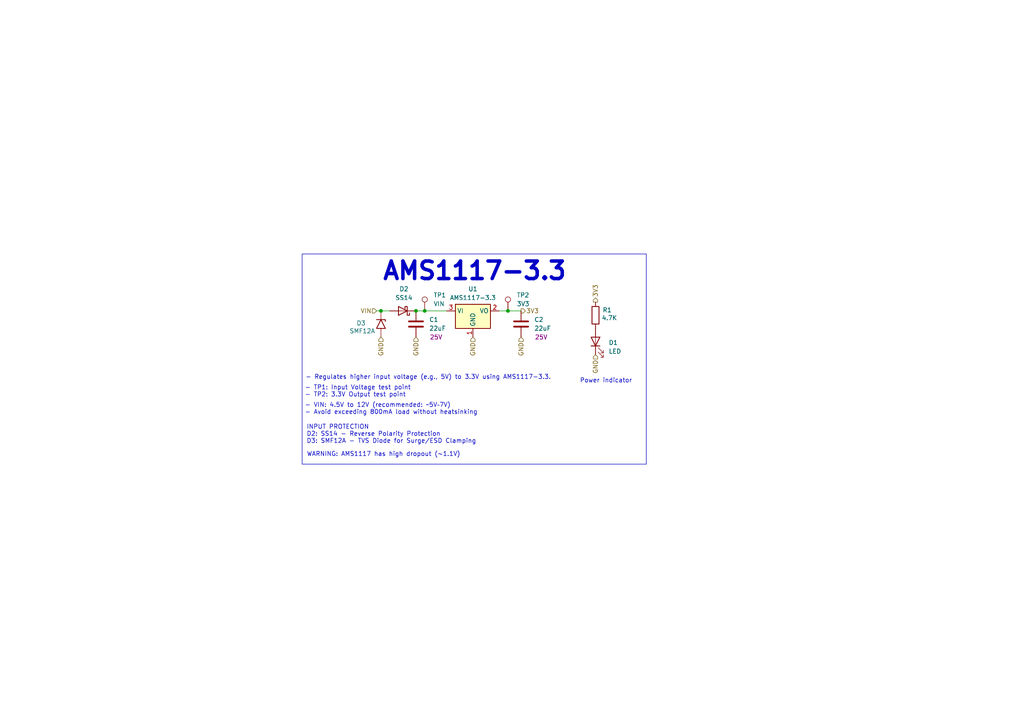
<source format=kicad_sch>
(kicad_sch (version 20250114) (generator "eeschema") (generator_version "9.0")
  (paper "A4")
  (lib_symbols
    (symbol "Library:AMS1117-3.3"
      (property "Reference" "U" (at -3.81 3.175 0))
      (property "Value" "AMS1117-3.3" (at 0 3.175 0))
      (symbol "AMS1117-3.3_0_1"
        (rectangle (start -5.08 -5.08) (end 5.08 1.905) (stroke (width 0.254)) (fill (type background)))
      )
      (symbol "AMS1117-3.3_1_1"
        (pin power_in line (at -7.62 0 0) (length 2.54) (name "VI") (number "3"))
        (pin power_in line (at 0 -7.62 90) (length 2.54) (name "GND") (number "1"))
        (pin power_out line (at 7.62 0 180) (length 2.54) (name "VO") (number "2"))
      )
    )
    (symbol "Library:C" (pin_numbers (hide yes)) (pin_names (offset 0.254))
      (property "Reference" "C" (at 0.635 2.54 0))
      (property "Value" "C" (at 0.635 -2.54 0))
      (symbol "C_0_1"
        (polyline (pts (xy -2.032 0.762) (xy 2.032 0.762)) (stroke (width 0.508)))
        (polyline (pts (xy -2.032 -0.762) (xy 2.032 -0.762)) (stroke (width 0.508)))
      )
      (symbol "C_1_1"
        (pin passive line (at 0 3.81 270) (length 2.794) (name "~") (number "1"))
        (pin passive line (at 0 -3.81 90) (length 2.794) (name "~") (number "2"))
      )
    )
    (symbol "Library:LED" (pin_numbers (hide yes)) (pin_names (offset 1.016) (hide yes))
      (property "Reference" "D" (at 0 2.54 0))
      (property "Value" "LED" (at 0 -2.54 0))
      (symbol "LED_0_1"
        (polyline (pts (xy -3.048 -0.762) (xy -4.572 -2.286) (xy -3.81 -2.286) (xy -4.572 -2.286) (xy -4.572 -1.524)))
        (polyline (pts (xy -1.778 -0.762) (xy -3.302 -2.286) (xy -2.54 -2.286) (xy -3.302 -2.286) (xy -3.302 -1.524)))
        (polyline (pts (xy -1.27 0) (xy 1.27 0)))
        (polyline (pts (xy -1.27 -1.27) (xy -1.27 1.27)) (stroke (width 0.254)))
        (polyline (pts (xy 1.27 -1.27) (xy 1.27 1.27) (xy -1.27 0) (xy 1.27 -1.27)) (stroke (width 0.254)))
      )
      (symbol "LED_1_1"
        (pin passive line (at -3.81 0 0) (length 2.54) (name "K") (number "1"))
        (pin passive line (at 3.81 0 180) (length 2.54) (name "A") (number "2"))
      )
    )
    (symbol "Library:R" (pin_numbers (hide yes)) (pin_names (offset 0))
      (property "Reference" "R" (at 2.032 0 90))
      (property "Value" "R" (at 0 0 90))
      (symbol "R_0_1"
        (rectangle (start -1.016 -2.54) (end 1.016 2.54) (stroke (width 0.254)))
      )
      (symbol "R_1_1"
        (pin passive line (at 0 3.81 270) (length 1.27) (name "~") (number "1"))
        (pin passive line (at 0 -3.81 90) (length 1.27) (name "~") (number "2"))
      )
    )
    (symbol "Library:SMF12A" (pin_numbers (hide yes)) (pin_names (offset 1.016) (hide yes))
      (property "Reference" "D" (at 0 2.54 0))
      (property "Value" "SMF12A" (at 0 -2.54 0))
      (symbol "SMF12A_0_1"
        (polyline (pts (xy -0.762 1.27) (xy -1.27 1.27) (xy -1.27 -1.27)) (stroke (width 0.254)))
        (polyline (pts (xy 1.27 1.27) (xy 1.27 -1.27) (xy -1.27 0) (xy 1.27 1.27)) (stroke (width 0.254)))
      )
      (symbol "SMF12A_1_1"
        (pin passive line (at -3.81 0 0) (length 2.54) (name "A1") (number "1"))
        (pin passive line (at 3.81 0 180) (length 2.54) (name "A2") (number "2"))
      )
    )
    (symbol "Library:SS14" (pin_numbers (hide yes)) (pin_names (offset 1.016) (hide yes))
      (property "Reference" "D" (at 0 2.54 0))
      (property "Value" "SS14" (at 0 -2.54 0))
      (symbol "SS14_0_1"
        (polyline (pts (xy -1.905 0.635) (xy -1.905 1.27) (xy -1.27 1.27) (xy -1.27 -1.27) (xy -0.635 -1.27) (xy -0.635 -0.635)) (stroke (width 0.254)))
        (polyline (pts (xy 1.27 1.27) (xy 1.27 -1.27) (xy -1.27 0) (xy 1.27 1.27)) (stroke (width 0.254)))
        (polyline (pts (xy 1.27 0) (xy -1.27 0)))
      )
      (symbol "SS14_1_1"
        (pin passive line (at -3.81 0 0) (length 2.54) (name "K") (number "1"))
        (pin passive line (at 3.81 0 180) (length 2.54) (name "A") (number "2"))
      )
    )
    (symbol "Library:TestPoint" (pin_numbers (hide yes)) (pin_names (offset 0.762) (hide yes))
      (property "Reference" "TP" (at 0 6.858 0))
      (property "Value" "TestPoint" (at 0 5.08 0))
      (symbol "TestPoint_0_1"
        (circle (center 0 3.302) (radius 0.762))
      )
      (symbol "TestPoint_1_1"
        (pin passive line (at 0 0 90) (length 2.54) (name "1") (number "1"))
      )
    )
  )
  (rectangle (start 87.63 73.66) (end 187.452 134.62))
  (text "INPUT PROTECTION\nD2: SS14 - Reverse Polarity Protection\nD3: SMF12A - TVS Diode for Surge/ESD Clamping\n" (at 88.9 125.984 0) (effects (font (size 1.27 1.27)) (justify left)))
  (text "WARNING: AMS1117 has high dropout (∼1.1 V)" (at 111.252 131.826 0) (effects (font (size 1.27 1.27))))
  (text "AMS1117-3.3" (at 137.668 78.74 0) (effects (font (size 5.08 5.08) (thickness 1.016) (bold yes))))
  (text "- VIN: 4.5V to 12V (recommended: ~5V–7V)\n- Avoid exceeding 800mA load without heatsinking" (at 88.392 118.618 0) (effects (font (size 1.27 1.27)) (justify left)))
  (text "- TP1: Input Voltage test point\n- TP2: 3.3V Output test point" (at 88.392 113.538 0) (effects (font (size 1.27 1.27)) (justify left)))
  (text "Power indicator\n" (at 175.768 110.49 0) (effects (font (size 1.27 1.27))))
  (text "- Regulates higher input voltage (e.g., 5V) to 3.3V using AMS1117-3.3.\n" (at 124.206 109.474 0) (effects (font (size 1.27 1.27))))
  (junction (at 123.19 90.17))
  (junction (at 120.65 90.17))
  (junction (at 147.32 90.17))
  (junction (at 110.49 90.17))
  (wire (pts (xy 109.22 90.17) (xy 110.49 90.17)))
  (wire (pts (xy 110.49 90.17) (xy 113.03 90.17)))
  (wire (pts (xy 123.19 90.17) (xy 129.54 90.17)))
  (wire (pts (xy 120.65 90.17) (xy 123.19 90.17)))
  (wire (pts (xy 147.32 90.17) (xy 151.13 90.17)))
  (wire (pts (xy 144.78 90.17) (xy 147.32 90.17)))
  (hierarchical_label "VIN" (shape input) (at 109.22 90.17 180))
  (hierarchical_label "GND" (shape input) (at 110.49 97.79 270))
  (hierarchical_label "GND" (shape input) (at 172.72 102.87 270))
  (hierarchical_label "GND" (shape input) (at 137.16 97.79 270))
  (hierarchical_label "GND" (shape input) (at 151.13 97.79 270))
  (hierarchical_label "3V3" (shape output) (at 151.13 90.17 0))
  (hierarchical_label "GND" (shape input) (at 120.65 97.79 270))
  (hierarchical_label "3V3" (shape output) (at 172.72 87.63 90))
  (symbol (lib_id "Library:TestPoint") (at 123.19 90.17 0) (unit 1)
    (property "Reference" "TP1" (at 125.73 85.5979 0) (effects (justify left)))
    (property "Value" "VIN" (at 125.73 88.1379 0) (effects (justify left)))
    (property "Footprint" "TestPoint:TestPoint_Pad_D1.0mm" (effects (hide yes)))
    (property "Description" "test point" (effects (hide yes)))
  )
  (symbol (lib_id "Library:SMF12A") (at 110.49 93.98 270) (unit 1)
    (property "Reference" "D3" (at 103.378 93.726 90) (effects (justify left)))
    (property "Value" "SMF12A" (at 101.346 96.012 90) (effects (justify left)))
    (property "Footprint" "Diode_SMD:D_SOD-123F" (effects (hide yes)))
    (property "Datasheet" "https://www.vishay.com/doc?85881" (effects (hide yes)))
    (property "Description" "200W unidirectional Transil Transient Voltage Suppressor, 12Vrwm, SMF" (effects (hide yes)))
    (property "LCSC_part#" "C178259" (effects (hide yes)))
    (property "MPN" "SMF12A" (effects (hide yes)))
  )
  (symbol (lib_id "Library:TestPoint") (at 147.32 90.17 0) (unit 1)
    (property "Reference" "TP2" (at 149.86 85.5979 0) (effects (justify left)))
    (property "Value" "3V3" (at 149.86 88.1379 0) (effects (justify left)))
    (property "Footprint" "TestPoint:TestPoint_Pad_D1.0mm" (effects (hide yes)))
    (property "Description" "test point" (effects (hide yes)))
  )
  (symbol (lib_id "Library:LED") (at 172.72 99.06 90) (unit 1)
    (property "Reference" "D1" (at 176.53 99.3774 90) (effects (justify right)))
    (property "Value" "LED" (at 176.53 101.9174 90) (effects (justify right)))
    (property "Footprint" "LED_SMD:LED_0603_1608Metric_Pad1.05x0.95mm_HandSolder" (effects (hide yes)))
    (property "Description" "Light emitting diode" (effects (hide yes)))
    (property "LCSC_part#" "C2286" (effects (hide yes)))
    (property "MPN" "KT-0603R " (effects (hide yes)))
  )
  (symbol (lib_id "Library:C") (at 120.65 93.98 0) (unit 1)
    (property "Reference" "C1" (at 124.46 92.7099 0) (effects (justify left)))
    (property "Value" "22uF" (at 124.46 95.2499 0) (effects (justify left)))
    (property "Footprint" "Capacitor_SMD:C_1206_3216Metric_Pad1.33x1.80mm_HandSolder" (effects (hide yes)))
    (property "Description" "Unpolarized capacitor" (effects (hide yes)))
    (property "package" "1206" (effects (hide yes)))
    (property "LCSC_part#" "C12891" (effects (hide yes)))
    (property "MPN" "CC0603MRX5R6BB226" (effects (hide yes)))
    (property "Voltage" "25V" (at 126.492 97.79 0))
  )
  (symbol (lib_id "Library:R") (at 172.72 91.44 0) (unit 1)
    (property "Reference" "R1" (at 174.752 89.916 0) (effects (justify left)))
    (property "Value" "4.7K" (at 174.498 92.202 0) (effects (justify left)))
    (property "Footprint" "Resistor_SMD:R_0603_1608Metric" (effects (hide yes)))
    (property "Description" "Resistor" (effects (hide yes)))
    (property "package" "0603" (effects (hide yes)))
    (property "LCSC_part#" "C23162" (effects (hide yes)))
    (property "MPN" "0603WAF4701T5E" (effects (hide yes)))
  )
  (symbol (lib_id "Library:AMS1117-3.3") (at 137.16 90.17 0) (unit 1)
    (property "Reference" "U1" (at 137.16 83.82 0))
    (property "Value" "AMS1117-3.3" (at 137.16 86.36 0))
    (property "Footprint" "Package_TO_SOT_SMD:SOT-223-3_TabPin2" (effects (hide yes)))
    (property "Datasheet" "http://www.advanced-monolithic.com/pdf/ds1117.pdf" (effects (hide yes)))
    (property "Description" "1A Low Dropout regulator, positive, 3.3V fixed output, SOT-223" (effects (hide yes)))
    (property "LCSC_part#" "C6186" (effects (hide yes)))
    (property "MPN" "AMS1117-3.3" (effects (hide yes)))
  )
  (symbol (lib_id "Library:C") (at 151.13 93.98 0) (unit 1)
    (property "Reference" "C2" (at 154.94 92.7099 0) (effects (justify left)))
    (property "Value" "22uF" (at 154.94 95.2499 0) (effects (justify left)))
    (property "Footprint" "Capacitor_SMD:C_1206_3216Metric_Pad1.33x1.80mm_HandSolder" (effects (hide yes)))
    (property "Description" "Unpolarized capacitor" (effects (hide yes)))
    (property "package" "1206" (effects (hide yes)))
    (property "LCSC_part#" "C12891" (effects (hide yes)))
    (property "MPN" "CC0603MRX5R6BB226" (effects (hide yes)))
    (property "Voltage" "25V" (at 156.972 97.79 0))
  )
  (symbol (lib_id "Library:SS14") (at 116.84 90.17 180) (unit 1)
    (property "Reference" "D2" (at 117.1575 83.82 0))
    (property "Value" "SS14" (at 117.1575 86.36 0))
    (property "Footprint" "Diode_SMD:D_SMA" (effects (hide yes)))
    (property "Datasheet" "https://www.vishay.com/docs/88746/ss12.pdf" (effects (hide yes)))
    (property "Description" "40V 1A Schottky Diode, SMA" (effects (hide yes)))
    (property "LCSC_part#" "C2480" (effects (hide yes)))
    (property "MPN" "SS14" (effects (hide yes)))
  )
)
</source>
